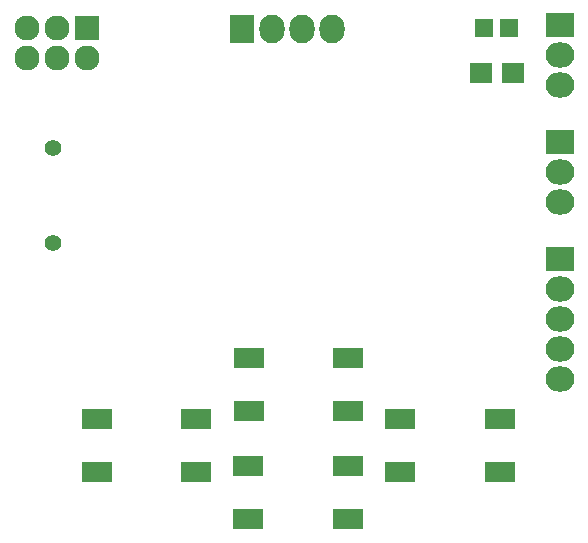
<source format=gbr>
G04 #@! TF.FileFunction,Soldermask,Top*
%FSLAX46Y46*%
G04 Gerber Fmt 4.6, Leading zero omitted, Abs format (unit mm)*
G04 Created by KiCad (PCBNEW 4.0.6) date Thu Aug  3 21:50:21 2017*
%MOMM*%
%LPD*%
G01*
G04 APERTURE LIST*
%ADD10C,0.100000*%
%ADD11R,2.500000X1.800000*%
%ADD12R,2.127200X2.432000*%
%ADD13O,2.127200X2.432000*%
%ADD14R,2.127200X2.127200*%
%ADD15O,2.127200X2.127200*%
%ADD16R,1.598880X1.598880*%
%ADD17R,1.900000X1.700000*%
%ADD18C,1.400000*%
%ADD19R,2.432000X2.127200*%
%ADD20O,2.432000X2.127200*%
G04 APERTURE END LIST*
D10*
D11*
X119768000Y-80516000D03*
X119768000Y-85016000D03*
X111368000Y-80516000D03*
X111368000Y-85016000D03*
D12*
X110799200Y-52647600D03*
D13*
X113339200Y-52647600D03*
X115879200Y-52647600D03*
X118419200Y-52647600D03*
D14*
X97620000Y-52540000D03*
D15*
X97620000Y-55080000D03*
X95080000Y-52540000D03*
X95080000Y-55080000D03*
X92540000Y-52540000D03*
X92540000Y-55080000D03*
D16*
X131284980Y-52540000D03*
X133383020Y-52540000D03*
D17*
X133684000Y-56350000D03*
X130984000Y-56350000D03*
D11*
X132597000Y-85634000D03*
X132597000Y-90134000D03*
X124197000Y-85634000D03*
X124197000Y-90134000D03*
X119718000Y-89660000D03*
X119718000Y-94160000D03*
X111318000Y-89660000D03*
X111318000Y-94160000D03*
X106900000Y-85634000D03*
X106900000Y-90134000D03*
X98500000Y-85634000D03*
X98500000Y-90134000D03*
D18*
X94742000Y-70738000D03*
X94742000Y-62738000D03*
D19*
X137668000Y-72136000D03*
D20*
X137668000Y-74676000D03*
X137668000Y-77216000D03*
X137668000Y-79756000D03*
X137668000Y-82296000D03*
D19*
X137668000Y-52324000D03*
D20*
X137668000Y-54864000D03*
X137668000Y-57404000D03*
D19*
X137668000Y-62230000D03*
D20*
X137668000Y-64770000D03*
X137668000Y-67310000D03*
M02*

</source>
